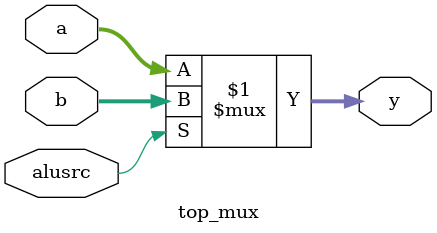
<source format=v>
`timescale 1ns / 1ps
/*
Implements a multiplexer that selects from two 32-bit inputs based on the alusrc input.
Its inputs are rdata2 and s_extendout from ID/EX latch, and alusrc.
The output is a 32-bit value which is sent to the ALU.
*/
module top_mux(
    output wire [31:0] y,        // Output of Multiplexer
    input  wire [31:0] a,        // Input 0 of Multiplexer (rdata2)
    input  wire [31:0] b,        // Input 1 of Multiplexer (s_extendout)
    input  wire        alusrc    // Select Input
);

    assign y = alusrc ? b : a;

endmodule

</source>
